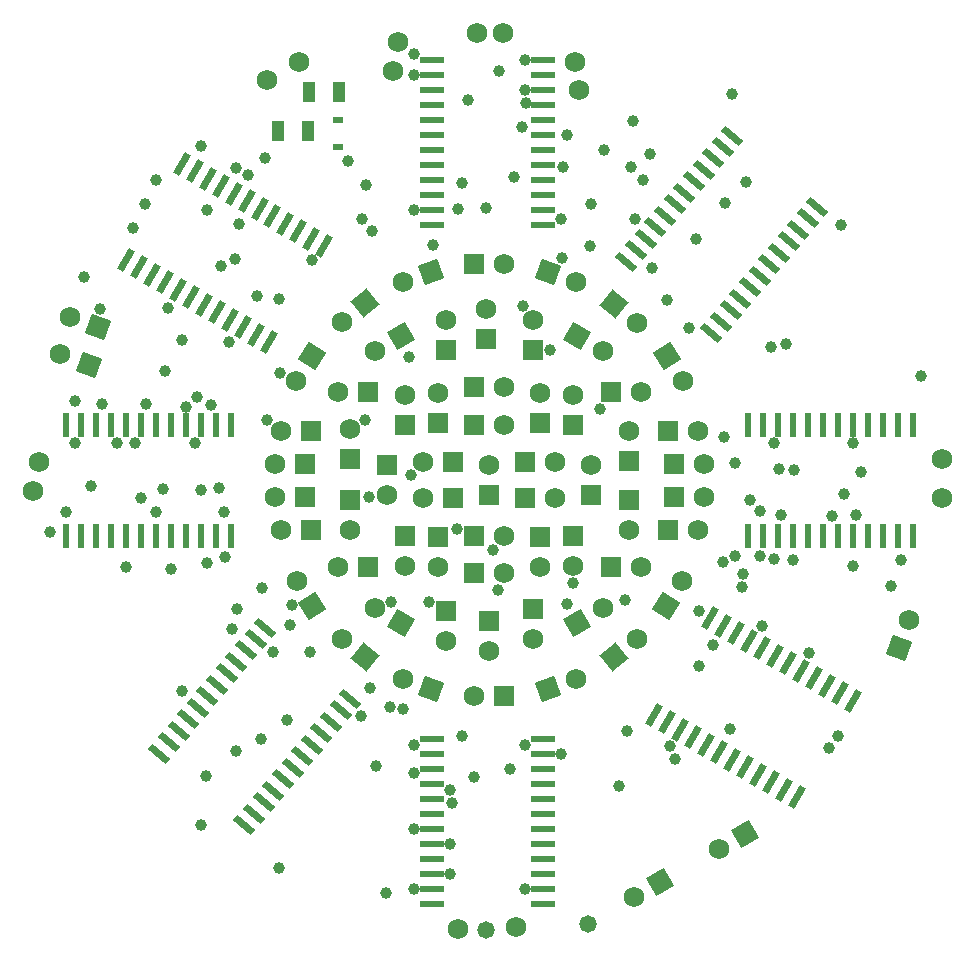
<source format=gts>
G04*
G04 #@! TF.GenerationSoftware,Altium Limited,Altium Designer,23.1.1 (15)*
G04*
G04 Layer_Color=8388736*
%FSLAX25Y25*%
%MOIN*%
G70*
G04*
G04 #@! TF.SameCoordinates,7BBB67DB-ABBC-4A8F-A206-69BFBB4F4367*
G04*
G04*
G04 #@! TF.FilePolarity,Negative*
G04*
G01*
G75*
%ADD29R,0.04156X0.06528*%
%ADD30R,0.03268X0.02480*%
%ADD31R,0.02362X0.07874*%
G04:AMPARAMS|DCode=32|XSize=78.74mil|YSize=23.62mil|CornerRadius=0mil|HoleSize=0mil|Usage=FLASHONLY|Rotation=60.000|XOffset=0mil|YOffset=0mil|HoleType=Round|Shape=Rectangle|*
%AMROTATEDRECTD32*
4,1,4,-0.00946,-0.04000,-0.02991,-0.02819,0.00946,0.04000,0.02991,0.02819,-0.00946,-0.04000,0.0*
%
%ADD32ROTATEDRECTD32*%

%ADD33R,0.07874X0.02362*%
G04:AMPARAMS|DCode=34|XSize=78.74mil|YSize=23.62mil|CornerRadius=0mil|HoleSize=0mil|Usage=FLASHONLY|Rotation=320.000|XOffset=0mil|YOffset=0mil|HoleType=Round|Shape=Rectangle|*
%AMROTATEDRECTD34*
4,1,4,-0.03775,0.01626,-0.02257,0.03435,0.03775,-0.01626,0.02257,-0.03435,-0.03775,0.01626,0.0*
%
%ADD34ROTATEDRECTD34*%

%ADD35C,0.06902*%
%ADD36P,0.09761X4X245.0*%
%ADD37C,0.06800*%
%ADD38R,0.06902X0.06902*%
%ADD39P,0.09761X4X115.0*%
%ADD40P,0.09761X4X255.0*%
%ADD41R,0.06902X0.06902*%
%ADD42P,0.09761X4X103.0*%
%ADD43P,0.09761X4X84.0*%
%ADD44P,0.09761X4X195.0*%
%ADD45P,0.09761X4X205.0*%
%ADD46P,0.09761X4X186.0*%
%ADD47P,0.09761X4X167.0*%
%ADD48C,0.03950*%
%ADD49C,0.05800*%
D29*
X-50000Y129500D02*
D03*
X-60049D02*
D03*
X-60500Y116500D02*
D03*
X-70549D02*
D03*
D30*
X-50500Y120000D02*
D03*
Y111220D02*
D03*
D31*
X-86181Y18504D02*
D03*
X-91181D02*
D03*
X-96181D02*
D03*
X-101181D02*
D03*
X-106181D02*
D03*
X-111181D02*
D03*
X-116181D02*
D03*
X-126181D02*
D03*
X-131181D02*
D03*
X-136181D02*
D03*
X-141181D02*
D03*
Y-18504D02*
D03*
X-136181D02*
D03*
X-131181D02*
D03*
X-126181D02*
D03*
X-116181D02*
D03*
X-111181D02*
D03*
X-106181D02*
D03*
X-101181D02*
D03*
X-96181D02*
D03*
X-91181D02*
D03*
X-121181D02*
D03*
Y18504D02*
D03*
X-86181Y-18504D02*
D03*
X141181D02*
D03*
X131181Y18504D02*
D03*
X86181D02*
D03*
X126181D02*
D03*
X106181D02*
D03*
X101181D02*
D03*
X121181D02*
D03*
X111181Y-18504D02*
D03*
X101181D02*
D03*
X96181Y18504D02*
D03*
X116181D02*
D03*
X106181Y-18504D02*
D03*
X96181D02*
D03*
X91181D02*
D03*
Y18504D02*
D03*
X111181D02*
D03*
X126181Y-18504D02*
D03*
X121181D02*
D03*
X116181D02*
D03*
X86181D02*
D03*
X131181D02*
D03*
X136181D02*
D03*
X141181Y18504D02*
D03*
X136181D02*
D03*
D32*
X102627Y-105550D02*
D03*
X112470Y-68501D02*
D03*
X73499Y-46001D02*
D03*
X-73499Y46001D02*
D03*
X108140Y-66001D02*
D03*
X90820Y-56001D02*
D03*
X86490Y-53501D02*
D03*
X103810Y-63501D02*
D03*
X76646Y-90550D02*
D03*
X67986Y-85550D02*
D03*
X82159Y-51001D02*
D03*
X99480Y-61001D02*
D03*
X72316Y-88051D02*
D03*
X63656Y-83050D02*
D03*
X59325Y-80551D02*
D03*
X77829Y-48501D02*
D03*
X95150Y-58501D02*
D03*
X89636Y-98050D02*
D03*
X85306Y-95551D02*
D03*
X80976Y-93050D02*
D03*
X54995Y-78050D02*
D03*
X93967Y-100550D02*
D03*
X98297Y-103051D02*
D03*
X121131Y-73501D02*
D03*
X116801Y-71001D02*
D03*
X-85306Y95551D02*
D03*
X-77829Y48501D02*
D03*
X-103810Y63501D02*
D03*
X-54995Y78050D02*
D03*
X-59325Y80551D02*
D03*
X-63656Y83050D02*
D03*
X-67986Y85550D02*
D03*
X-72316Y88051D02*
D03*
X-76646Y90550D02*
D03*
X-80976Y93050D02*
D03*
X-89636Y98051D02*
D03*
X-93967Y100550D02*
D03*
X-98297Y103051D02*
D03*
X-102627Y105551D02*
D03*
X-121131Y73501D02*
D03*
X-116801Y71001D02*
D03*
X-112470Y68501D02*
D03*
X-108140Y66001D02*
D03*
X-99480Y61001D02*
D03*
X-95150Y58501D02*
D03*
X-90820Y56001D02*
D03*
X-86490Y53501D02*
D03*
X-82159Y51001D02*
D03*
D33*
X18004Y-86181D02*
D03*
X-19004D02*
D03*
Y-91181D02*
D03*
Y-96181D02*
D03*
Y-101181D02*
D03*
Y-106181D02*
D03*
Y-111181D02*
D03*
Y-116181D02*
D03*
Y-121181D02*
D03*
Y-126181D02*
D03*
Y-131181D02*
D03*
Y-136181D02*
D03*
Y-141181D02*
D03*
X18004D02*
D03*
Y-136181D02*
D03*
Y-131181D02*
D03*
Y-126181D02*
D03*
Y-121181D02*
D03*
Y-116181D02*
D03*
Y-111181D02*
D03*
Y-106181D02*
D03*
Y-101181D02*
D03*
Y-96181D02*
D03*
Y-91181D02*
D03*
X-19004Y100000D02*
D03*
Y120000D02*
D03*
X18004Y105000D02*
D03*
Y115000D02*
D03*
Y90000D02*
D03*
Y95000D02*
D03*
Y100000D02*
D03*
Y120000D02*
D03*
Y125000D02*
D03*
X-19004D02*
D03*
Y115000D02*
D03*
Y110000D02*
D03*
Y105000D02*
D03*
Y95000D02*
D03*
Y90000D02*
D03*
X18004Y110000D02*
D03*
Y85000D02*
D03*
Y130000D02*
D03*
Y135000D02*
D03*
Y140000D02*
D03*
X-19004D02*
D03*
Y135000D02*
D03*
Y130000D02*
D03*
Y85000D02*
D03*
D34*
X-46357Y-72828D02*
D03*
X-74707Y-49040D02*
D03*
X-77921Y-52870D02*
D03*
X-81135Y-56700D02*
D03*
X-84349Y-60530D02*
D03*
X-87563Y-64361D02*
D03*
X-90776Y-68191D02*
D03*
X-93990Y-72021D02*
D03*
X-97204Y-75851D02*
D03*
X-100418Y-79681D02*
D03*
X-103632Y-83512D02*
D03*
X-106846Y-87342D02*
D03*
X-110060Y-91172D02*
D03*
X-81710Y-114960D02*
D03*
X-78496Y-111130D02*
D03*
X-75283Y-107300D02*
D03*
X-72069Y-103470D02*
D03*
X-68855Y-99639D02*
D03*
X-65641Y-95809D02*
D03*
X-62427Y-91979D02*
D03*
X-59213Y-88149D02*
D03*
X-55999Y-84319D02*
D03*
X-52785Y-80488D02*
D03*
X-49571Y-76658D02*
D03*
X45649Y72828D02*
D03*
X74574Y107300D02*
D03*
X77788Y111130D02*
D03*
X81002Y114960D02*
D03*
X109352Y91172D02*
D03*
X106138Y87342D02*
D03*
X102924Y83512D02*
D03*
X73998Y49040D02*
D03*
X90068Y68191D02*
D03*
X86854Y64361D02*
D03*
X55290Y84319D02*
D03*
X48862Y76658D02*
D03*
X52076Y80488D02*
D03*
X58504Y88149D02*
D03*
X61718Y91979D02*
D03*
X64932Y95809D02*
D03*
X99710Y79681D02*
D03*
X96496Y75851D02*
D03*
X83640Y60530D02*
D03*
X80426Y56700D02*
D03*
X77212Y52870D02*
D03*
X93282Y72021D02*
D03*
X68146Y99639D02*
D03*
X71360Y103470D02*
D03*
D35*
X-28897Y66080D02*
D03*
X-46500Y-16500D02*
D03*
X139920Y-46603D02*
D03*
X17000Y-29000D02*
D03*
X76500Y-123000D02*
D03*
X48340Y-139000D02*
D03*
X22000Y-6000D02*
D03*
X34000Y5000D02*
D03*
X28000Y-28500D02*
D03*
X46500Y-16500D02*
D03*
X50500Y-29000D02*
D03*
X37999Y-42500D02*
D03*
X14500Y-53000D02*
D03*
X71500Y-5500D02*
D03*
X69500Y-16500D02*
D03*
X64299Y-33520D02*
D03*
X49271Y-52707D02*
D03*
X28897Y-66080D02*
D03*
X-34000Y-5000D02*
D03*
X5000Y-18500D02*
D03*
X-22000Y-6000D02*
D03*
X5000Y-31000D02*
D03*
X-17000Y-29000D02*
D03*
X-28000Y-28500D02*
D03*
X0Y-57000D02*
D03*
X-14500Y-53500D02*
D03*
X-38000Y-42500D02*
D03*
X-50500Y-29000D02*
D03*
X-5000Y-72000D02*
D03*
X-28897Y-66080D02*
D03*
X-49271Y-52707D02*
D03*
X-64299Y-33520D02*
D03*
X-69500Y-16500D02*
D03*
X-71500Y-5500D02*
D03*
X-139897Y54420D02*
D03*
X-143000Y42000D02*
D03*
X38000Y43000D02*
D03*
X64500Y33000D02*
D03*
X49271Y52352D02*
D03*
X28897Y66080D02*
D03*
X71500Y5500D02*
D03*
X69500Y16500D02*
D03*
X46500D02*
D03*
X50500Y29500D02*
D03*
X28000Y28500D02*
D03*
X14500Y53500D02*
D03*
X17000Y29000D02*
D03*
X22000Y6000D02*
D03*
X-1000Y57000D02*
D03*
X5000Y31000D02*
D03*
Y18500D02*
D03*
X0Y5000D02*
D03*
X-22000Y6000D02*
D03*
X-28000Y28500D02*
D03*
X5000Y72000D02*
D03*
X-17000Y29000D02*
D03*
X-46500Y17000D02*
D03*
X-50500Y29500D02*
D03*
X-37999Y43000D02*
D03*
X-14500Y53500D02*
D03*
X-71500Y5500D02*
D03*
X-69500Y16500D02*
D03*
X-64500Y33000D02*
D03*
X-49271Y52707D02*
D03*
D36*
X-19500Y69500D02*
D03*
X19500Y-69500D02*
D03*
D37*
X151000Y7000D02*
D03*
Y-6000D02*
D03*
X-10500Y-149500D02*
D03*
X9000Y-149000D02*
D03*
X-150000Y6000D02*
D03*
X-32000Y136500D02*
D03*
X-30500Y146000D02*
D03*
X28500Y139500D02*
D03*
X30000Y130000D02*
D03*
X-152000Y-3500D02*
D03*
X4500Y149000D02*
D03*
X-4000D02*
D03*
X-74000Y133500D02*
D03*
X-63500Y139500D02*
D03*
D38*
X-46500Y-6500D02*
D03*
X17000Y-19000D02*
D03*
X34000Y-5000D02*
D03*
X28000Y-18500D02*
D03*
X46500Y-6500D02*
D03*
X14500Y-43000D02*
D03*
X-34000Y5000D02*
D03*
X-17000Y-19000D02*
D03*
X-28000Y-18500D02*
D03*
X0Y-47000D02*
D03*
X-14500Y-43500D02*
D03*
X-17000Y19000D02*
D03*
X46500Y6500D02*
D03*
X28000Y18500D02*
D03*
X14500Y43500D02*
D03*
X17000Y19000D02*
D03*
X-1000Y47000D02*
D03*
X0Y-5000D02*
D03*
X-28000Y18500D02*
D03*
X-46500Y7000D02*
D03*
X-14500Y43500D02*
D03*
D39*
X136500Y-56000D02*
D03*
D40*
X85160Y-118000D02*
D03*
X57000Y-134000D02*
D03*
X29339Y-47500D02*
D03*
X-29339Y48000D02*
D03*
D41*
X12000Y-6000D02*
D03*
X40500Y-29000D02*
D03*
X61500Y-5500D02*
D03*
X59500Y-16500D02*
D03*
X-5000Y-18500D02*
D03*
X-12000Y-6000D02*
D03*
X-5000Y-31000D02*
D03*
X-40500Y-29000D02*
D03*
X5000Y-72000D02*
D03*
X-59500Y-16500D02*
D03*
X-61500Y-5500D02*
D03*
X61500Y5500D02*
D03*
X59500Y16500D02*
D03*
X40500Y29500D02*
D03*
X12000Y6000D02*
D03*
X-5000Y31000D02*
D03*
Y18500D02*
D03*
X-12000Y6000D02*
D03*
X-5000Y72000D02*
D03*
X-40500Y29500D02*
D03*
X-61500Y5500D02*
D03*
X-59500Y16500D02*
D03*
D42*
X59000Y-42000D02*
D03*
X-59201Y41480D02*
D03*
D43*
X41500Y-59000D02*
D03*
X-41500Y59000D02*
D03*
D44*
X-29340Y-47500D02*
D03*
X29340Y48000D02*
D03*
D45*
X-19500Y-69500D02*
D03*
X-130500Y51000D02*
D03*
X-133603Y38580D02*
D03*
X19500Y69500D02*
D03*
D46*
X-41500Y-59000D02*
D03*
X41500Y58646D02*
D03*
D47*
X-59000Y-42000D02*
D03*
X59201Y41480D02*
D03*
D48*
X3189Y136500D02*
D03*
X12000Y140000D02*
D03*
X-7200Y126835D02*
D03*
X-88000Y-25500D02*
D03*
X-70295Y-129195D02*
D03*
X-94600Y-98500D02*
D03*
X-96200Y-114960D02*
D03*
X12000Y-136200D02*
D03*
X-114700Y92000D02*
D03*
X11300Y58200D02*
D03*
X-1200Y90800D02*
D03*
X12100Y125800D02*
D03*
X94000Y44500D02*
D03*
X-42785Y-78400D02*
D03*
X12000Y-88200D02*
D03*
X69800Y-62029D02*
D03*
X-146350Y-17200D02*
D03*
X23900Y87000D02*
D03*
X66500Y50900D02*
D03*
X47200Y104300D02*
D03*
X24600D02*
D03*
X-26900Y41100D02*
D03*
X-18900Y78400D02*
D03*
X20200Y43400D02*
D03*
X48500Y87200D02*
D03*
X-39200Y83200D02*
D03*
X-47300Y106600D02*
D03*
X8200Y101100D02*
D03*
X11000Y117800D02*
D03*
X47900Y119900D02*
D03*
X78400Y92300D02*
D03*
X38151Y110000D02*
D03*
X69000Y80500D02*
D03*
X-108140Y36400D02*
D03*
X-70300Y60400D02*
D03*
X-77400Y61600D02*
D03*
X-40200Y-5700D02*
D03*
X-107000Y57400D02*
D03*
X-84500Y104000D02*
D03*
X-89600Y71500D02*
D03*
X-129181Y25500D02*
D03*
X-25000Y-136181D02*
D03*
X-132700Y-1716D02*
D03*
X-94174Y-27700D02*
D03*
X-138200Y12500D02*
D03*
X-80600Y101700D02*
D03*
X-111026Y99974D02*
D03*
X-118900Y84200D02*
D03*
X-90100Y-2400D02*
D03*
X-121181Y-28900D02*
D03*
X-26100Y1900D02*
D03*
X-88500Y-10700D02*
D03*
X-118200Y12500D02*
D03*
X-102600Y46775D02*
D03*
X-111181Y-10400D02*
D03*
X-96181Y-3281D02*
D03*
X-124300Y12600D02*
D03*
X-129700Y57200D02*
D03*
X-10700Y-16100D02*
D03*
X-66600Y-48100D02*
D03*
X-67600Y-79800D02*
D03*
X-76100Y-86100D02*
D03*
X-102500Y-70100D02*
D03*
X-13000Y-121200D02*
D03*
X-65800Y-41700D02*
D03*
X-72100Y-57100D02*
D03*
X-12500Y-107700D02*
D03*
X-84300Y-42900D02*
D03*
X-85900Y-49600D02*
D03*
X144000Y34900D02*
D03*
X101400Y3500D02*
D03*
X86900Y-6500D02*
D03*
X28000Y-34100D02*
D03*
X122200Y-11500D02*
D03*
X94800Y-26049D02*
D03*
X84400Y-31300D02*
D03*
X74572Y-54728D02*
D03*
X61700Y-92900D02*
D03*
X90900Y-48600D02*
D03*
X121200Y-28500D02*
D03*
X97100Y-11600D02*
D03*
X101181Y-26600D02*
D03*
X-25000Y-116200D02*
D03*
X-75800Y-36000D02*
D03*
X-37700Y-95100D02*
D03*
X-5000Y-99000D02*
D03*
X-59900Y-57100D02*
D03*
X-94300Y90236D02*
D03*
X-97400Y27700D02*
D03*
X-69700Y35700D02*
D03*
X-106181Y-29500D02*
D03*
X24200Y74200D02*
D03*
X53500Y108800D02*
D03*
X36800Y23700D02*
D03*
X54100Y70900D02*
D03*
X59300Y60006D02*
D03*
X26000Y115000D02*
D03*
Y-41200D02*
D03*
X45700Y-83500D02*
D03*
X-59000Y73500D02*
D03*
X43100Y-101900D02*
D03*
X23992Y-91181D02*
D03*
X-28800Y-76300D02*
D03*
X-34600Y-137500D02*
D03*
X134000Y-35200D02*
D03*
X60300Y-88600D02*
D03*
X-9000Y99000D02*
D03*
X33900Y92000D02*
D03*
X51100Y100000D02*
D03*
X-135200Y67900D02*
D03*
X69700Y-43400D02*
D03*
X-25000Y-88200D02*
D03*
X-114328Y25572D02*
D03*
X-10438Y90607D02*
D03*
X78200Y14445D02*
D03*
X94900Y12600D02*
D03*
X80200Y-82800D02*
D03*
X-33000Y-75600D02*
D03*
X-98300Y12500D02*
D03*
X-108900Y-2800D02*
D03*
X-116181Y-5989D02*
D03*
X-84800Y73700D02*
D03*
X-41500Y20000D02*
D03*
X-74100Y20100D02*
D03*
X33500Y78100D02*
D03*
X-41300Y98400D02*
D03*
X-74700Y107600D02*
D03*
X-25000Y90000D02*
D03*
X-20200Y-40500D02*
D03*
X-32700D02*
D03*
X-42400Y87100D02*
D03*
X-83600Y85600D02*
D03*
X85600Y99300D02*
D03*
X-13000Y-103100D02*
D03*
X-25000Y-97500D02*
D03*
X-9000Y-85200D02*
D03*
X6881Y-96181D02*
D03*
X-39700Y-69328D02*
D03*
X-101200Y24500D02*
D03*
X116100Y-85300D02*
D03*
X84317Y-35517D02*
D03*
X45200Y-39800D02*
D03*
X106600Y-57400D02*
D03*
X96600Y3700D02*
D03*
X81900Y5700D02*
D03*
X-92681Y25000D02*
D03*
X-13000Y-131181D02*
D03*
X-84488Y-90085D02*
D03*
X-86800Y46000D02*
D03*
X-96000Y111400D02*
D03*
X82000Y-25100D02*
D03*
X90100D02*
D03*
X114300Y-11900D02*
D03*
X113100Y-89200D02*
D03*
X98700Y45423D02*
D03*
X117300Y85100D02*
D03*
X137200Y-26700D02*
D03*
X1300Y-23200D02*
D03*
X81002Y128698D02*
D03*
X90181Y-10300D02*
D03*
X-138000Y26400D02*
D03*
X-141181Y-10500D02*
D03*
X77829Y-27129D02*
D03*
X123880Y2917D02*
D03*
X121181Y12500D02*
D03*
X118200Y-4500D02*
D03*
X2900Y-36600D02*
D03*
X12000Y130000D02*
D03*
X-25000Y142000D02*
D03*
Y135000D02*
D03*
D49*
X-1000Y-150000D02*
D03*
X33000Y-148000D02*
D03*
M02*

</source>
